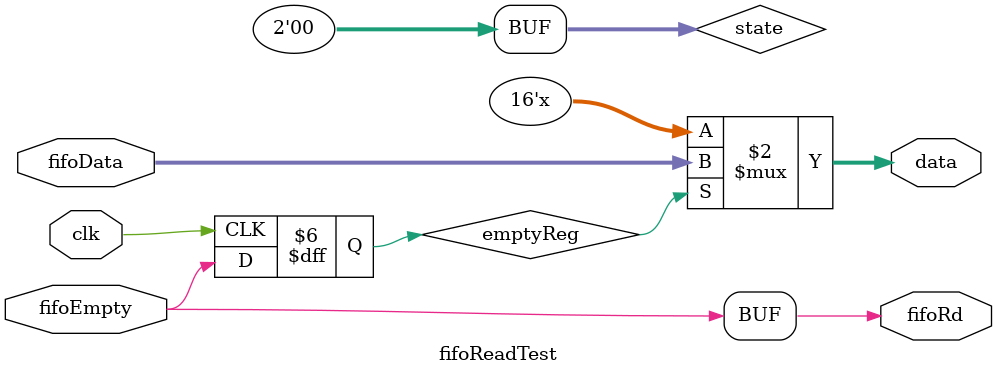
<source format=v>
`timescale 1ns / 1ps


module fifoReadTest(
    input clk,
    output [15:0] data,
    
    input fifoEmpty,
    input [15:0] fifoData,
    output fifoRd
    );
    
assign fifoRd = fifoEmpty;
assign data = (emptyReg == 1) ? (fifoData) : 16'bz;

reg [1:0] state  = 0;
reg flag;    
reg emptyReg = 0;

always @(posedge clk)
begin
    emptyReg <= fifoEmpty;
//    case (state)
//        0: 
//        begin
//            if(fifoEmpty == 1)
//                begin
//                    state <= 1;
//                    fifoRd <= 1;
//                end
//            else
//                begin
//                    fifoRd <= 0;            
//                end
//            flag <= 0;
//        end
//        1:
//        begin
//            fifoRd <= 0;
//            flag <= 1;
//            state <= 0;
//        end
//    endcase    
end
 
endmodule

</source>
